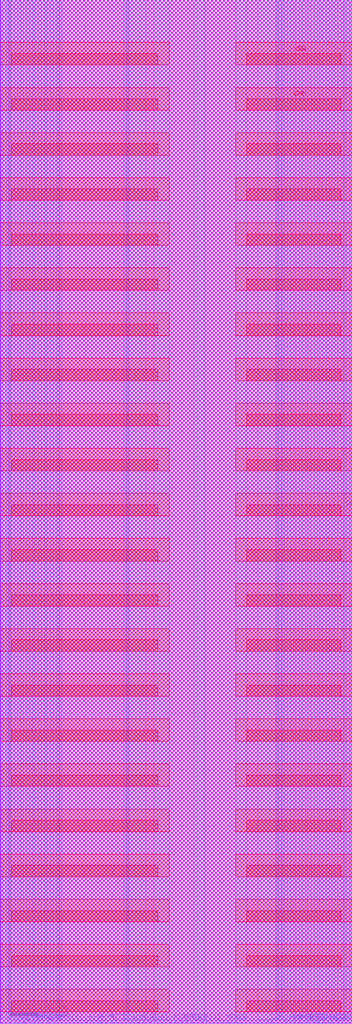
<source format=lef>
# Created by MC2 : Version 2006.09.01.d on 2024/04/08, 13:49:31

###############################################################################
#        Software       : TSMC MEMORY COMPILER 2006.09.01.d
#        Technology     : 65 nm CMOS LOGIC Low Power LowK Cu 1P9M 1.2
#                         Mix-vt logic, High-vt SRAM
#        Memory Type    : TSMC 65nm low power SP SRAM Without Redundancy
#        Library Name   : ts1n65lpa1024x4m4
#        Library Version: 140a
#        Generated Time : 2024/04/08, 13:49:29
###############################################################################
#
#STATEMENT OF USE
#
#This information contains confidential and proprietary information of TSMC.
#No part of this information may be reproduced, transmitted, transcribed,
#stored in a retrieval system, or translated into any human or computer
#language, in any form or by any means, electronic, mechanical, magnetic,
#optical, chemical, manual, or otherwise, without the prior written permission
#of TSMC. This information was prepared for informational purpose and is for
#use by TSMC's customers only. TSMC reserves the right to make changes in the
#information at any time and without notice.
#
###############################################################################
 
MACRO TS1N65LPA1024X4M4
	CLASS BLOCK ;
	FOREIGN TS1N65LPA1024X4M4 0.0 0.0 ;
	ORIGIN 0.0 0.0 ;
	SIZE 62.445 BY 181.555 ;
	SYMMETRY X Y R90 ;

	PIN A[0]
		DIRECTION INPUT ;
		USE SIGNAL ;
		PORT
			LAYER M2 ;
			RECT 33.395 0.000 33.915 0.520 ;
			LAYER M3 ;
			RECT 33.395 0.000 33.915 0.520 ;
			LAYER M1 ;
			RECT 33.395 0.000 33.915 0.520 ;
		END
	END A[0]

	PIN A[1]
		DIRECTION INPUT ;
		USE SIGNAL ;
		PORT
			LAYER M2 ;
			RECT 35.995 0.000 36.515 0.520 ;
			LAYER M3 ;
			RECT 35.995 0.000 36.515 0.520 ;
			LAYER M1 ;
			RECT 35.995 0.000 36.515 0.520 ;
		END
	END A[1]

	PIN A[2]
		DIRECTION INPUT ;
		USE SIGNAL ;
		PORT
			LAYER M3 ;
			RECT 32.310 0.000 32.830 0.520 ;
			LAYER M1 ;
			RECT 32.310 0.000 32.830 0.520 ;
			LAYER M2 ;
			RECT 32.310 0.000 32.830 0.520 ;
		END
	END A[2]

	PIN A[3]
		DIRECTION INPUT ;
		USE SIGNAL ;
		PORT
			LAYER M1 ;
			RECT 30.430 0.000 30.950 0.520 ;
			LAYER M2 ;
			RECT 30.430 0.000 30.950 0.520 ;
			LAYER M3 ;
			RECT 30.430 0.000 30.950 0.520 ;
		END
	END A[3]

	PIN A[4]
		DIRECTION INPUT ;
		USE SIGNAL ;
		PORT
			LAYER M3 ;
			RECT 26.670 0.000 27.190 0.520 ;
			LAYER M1 ;
			RECT 26.670 0.000 27.190 0.520 ;
			LAYER M2 ;
			RECT 26.670 0.000 27.190 0.520 ;
		END
	END A[4]

	PIN A[5]
		DIRECTION INPUT ;
		USE SIGNAL ;
		PORT
			LAYER M2 ;
			RECT 24.790 0.000 25.310 0.520 ;
			LAYER M1 ;
			RECT 24.790 0.000 25.310 0.520 ;
			LAYER M3 ;
			RECT 24.790 0.000 25.310 0.520 ;
		END
	END A[5]

	PIN A[6]
		DIRECTION INPUT ;
		USE SIGNAL ;
		PORT
			LAYER M1 ;
			RECT 22.910 0.000 23.430 0.520 ;
			LAYER M2 ;
			RECT 22.910 0.000 23.430 0.520 ;
			LAYER M3 ;
			RECT 22.910 0.000 23.430 0.520 ;
		END
	END A[6]

	PIN A[7]
		DIRECTION INPUT ;
		USE SIGNAL ;
		PORT
			LAYER M1 ;
			RECT 19.150 0.000 19.670 0.520 ;
			LAYER M3 ;
			RECT 19.150 0.000 19.670 0.520 ;
			LAYER M2 ;
			RECT 19.150 0.000 19.670 0.520 ;
		END
	END A[7]

	PIN A[8]
		DIRECTION INPUT ;
		USE SIGNAL ;
		PORT
			LAYER M2 ;
			RECT 17.270 0.000 17.790 0.520 ;
			LAYER M1 ;
			RECT 17.270 0.000 17.790 0.520 ;
			LAYER M3 ;
			RECT 17.270 0.000 17.790 0.520 ;
		END
	END A[8]

	PIN A[9]
		DIRECTION INPUT ;
		USE SIGNAL ;
		PORT
			LAYER M1 ;
			RECT 15.390 0.000 15.910 0.520 ;
			LAYER M2 ;
			RECT 15.390 0.000 15.910 0.520 ;
			LAYER M3 ;
			RECT 15.390 0.000 15.910 0.520 ;
		END
	END A[9]

	PIN BWEB[0]
		DIRECTION INPUT ;
		USE SIGNAL ;
		PORT
			LAYER M2 ;
			RECT 5.250 0.000 5.770 0.520 ;
			LAYER M1 ;
			RECT 5.250 0.000 5.770 0.520 ;
			LAYER M3 ;
			RECT 5.250 0.000 5.770 0.520 ;
		END
	END BWEB[0]

	PIN BWEB[1]
		DIRECTION INPUT ;
		USE SIGNAL ;
		PORT
			LAYER M1 ;
			RECT 9.450 0.000 9.970 0.520 ;
			LAYER M3 ;
			RECT 9.450 0.000 9.970 0.520 ;
			LAYER M2 ;
			RECT 9.450 0.000 9.970 0.520 ;
		END
	END BWEB[1]

	PIN BWEB[2]
		DIRECTION INPUT ;
		USE SIGNAL ;
		PORT
			LAYER M2 ;
			RECT 52.475 0.000 52.995 0.520 ;
			LAYER M1 ;
			RECT 52.475 0.000 52.995 0.520 ;
			LAYER M3 ;
			RECT 52.475 0.000 52.995 0.520 ;
		END
	END BWEB[2]

	PIN BWEB[3]
		DIRECTION INPUT ;
		USE SIGNAL ;
		PORT
			LAYER M2 ;
			RECT 56.675 0.000 57.195 0.520 ;
			LAYER M1 ;
			RECT 56.675 0.000 57.195 0.520 ;
			LAYER M3 ;
			RECT 56.675 0.000 57.195 0.520 ;
		END
	END BWEB[3]

	PIN CEB
		DIRECTION INPUT ;
		USE SIGNAL ;
		PORT
			LAYER M1 ;
			RECT 41.240 0.000 41.760 0.520 ;
			LAYER M3 ;
			RECT 41.240 0.000 41.760 0.520 ;
			LAYER M2 ;
			RECT 41.240 0.000 41.760 0.520 ;
		END
	END CEB

	PIN CLK
		DIRECTION INPUT ;
		USE SIGNAL ;
		PORT
			LAYER M2 ;
			RECT 47.670 0.000 48.190 0.520 ;
			LAYER M3 ;
			RECT 47.670 0.000 48.190 0.520 ;
			LAYER M1 ;
			RECT 47.670 0.000 48.190 0.520 ;
		END
	END CLK

	PIN D[0]
		DIRECTION INPUT ;
		USE SIGNAL ;
		PORT
			LAYER M1 ;
			RECT 1.970 0.000 2.490 0.520 ;
			LAYER M2 ;
			RECT 1.970 0.000 2.490 0.520 ;
			LAYER M3 ;
			RECT 1.970 0.000 2.490 0.520 ;
		END
	END D[0]

	PIN D[1]
		DIRECTION INPUT ;
		USE SIGNAL ;
		PORT
			LAYER M3 ;
			RECT 6.170 0.000 6.690 0.520 ;
			LAYER M2 ;
			RECT 6.170 0.000 6.690 0.520 ;
			LAYER M1 ;
			RECT 6.170 0.000 6.690 0.520 ;
		END
	END D[1]

	PIN D[2]
		DIRECTION INPUT ;
		USE SIGNAL ;
		PORT
			LAYER M3 ;
			RECT 55.755 0.000 56.275 0.520 ;
			LAYER M1 ;
			RECT 55.755 0.000 56.275 0.520 ;
			LAYER M2 ;
			RECT 55.755 0.000 56.275 0.520 ;
		END
	END D[2]

	PIN D[3]
		DIRECTION INPUT ;
		USE SIGNAL ;
		PORT
			LAYER M1 ;
			RECT 59.955 0.000 60.475 0.520 ;
			LAYER M2 ;
			RECT 59.955 0.000 60.475 0.520 ;
			LAYER M3 ;
			RECT 59.955 0.000 60.475 0.520 ;
		END
	END D[3]

	PIN Q[0]
		DIRECTION OUTPUT ;
		USE SIGNAL ;
		PORT
			LAYER M2 ;
			RECT 3.610 0.000 4.130 0.520 ;
			LAYER M3 ;
			RECT 3.610 0.000 4.130 0.520 ;
			LAYER M1 ;
			RECT 3.610 0.000 4.130 0.520 ;
		END
	END Q[0]

	PIN Q[1]
		DIRECTION OUTPUT ;
		USE SIGNAL ;
		PORT
			LAYER M2 ;
			RECT 7.810 0.000 8.330 0.520 ;
			LAYER M1 ;
			RECT 7.810 0.000 8.330 0.520 ;
			LAYER M3 ;
			RECT 7.810 0.000 8.330 0.520 ;
		END
	END Q[1]

	PIN Q[2]
		DIRECTION OUTPUT ;
		USE SIGNAL ;
		PORT
			LAYER M1 ;
			RECT 54.115 0.000 54.635 0.520 ;
			LAYER M2 ;
			RECT 54.115 0.000 54.635 0.520 ;
			LAYER M3 ;
			RECT 54.115 0.000 54.635 0.520 ;
		END
	END Q[2]

	PIN Q[3]
		DIRECTION OUTPUT ;
		USE SIGNAL ;
		PORT
			LAYER M1 ;
			RECT 58.315 0.000 58.835 0.520 ;
			LAYER M2 ;
			RECT 58.315 0.000 58.835 0.520 ;
			LAYER M3 ;
			RECT 58.315 0.000 58.835 0.520 ;
		END
	END Q[3]

	PIN TSEL[0]
		DIRECTION INPUT ;
		USE SIGNAL ;
		PORT
			LAYER M1 ;
			RECT 51.445 0.000 51.965 0.520 ;
			LAYER M3 ;
			RECT 51.445 0.000 51.965 0.520 ;
			LAYER M2 ;
			RECT 51.445 0.000 51.965 0.520 ;
		END
	END TSEL[0]

	PIN TSEL[1]
		DIRECTION INPUT ;
		USE SIGNAL ;
		PORT
			LAYER M2 ;
			RECT 50.725 0.000 51.245 0.520 ;
			LAYER M3 ;
			RECT 50.725 0.000 51.245 0.520 ;
			LAYER M1 ;
			RECT 50.725 0.000 51.245 0.520 ;
		END
	END TSEL[1]

	PIN WEB
		DIRECTION INPUT ;
		USE SIGNAL ;
		PORT
			LAYER M2 ;
			RECT 39.775 0.000 40.295 0.520 ;
			LAYER M1 ;
			RECT 39.775 0.000 40.295 0.520 ;
			LAYER M3 ;
			RECT 39.775 0.000 40.295 0.520 ;
		END
	END WEB
	PIN VDD
		DIRECTION INOUT ;
		USE POWER ;
		PORT
			LAYER M5 ;
			RECT 0.000 10.000 29.970 14.000 ;
			LAYER M5 ;
			RECT 41.750 10.000 62.445 14.000 ;
			LAYER M5 ;
			RECT 0.000 26.000 29.970 30.000 ;
			LAYER M5 ;
			RECT 41.750 26.000 62.445 30.000 ;
			LAYER M5 ;
			RECT 0.000 42.000 29.970 46.000 ;
			LAYER M5 ;
			RECT 41.750 42.000 62.445 46.000 ;
			LAYER M5 ;
			RECT 0.000 58.000 29.970 62.000 ;
			LAYER M5 ;
			RECT 41.750 58.000 62.445 62.000 ;
			LAYER M5 ;
			RECT 0.000 74.000 29.970 78.000 ;
			LAYER M5 ;
			RECT 41.750 74.000 62.445 78.000 ;
			LAYER M5 ;
			RECT 0.000 90.000 29.970 94.000 ;
			LAYER M5 ;
			RECT 41.750 90.000 62.445 94.000 ;
			LAYER M5 ;
			RECT 0.000 106.000 29.970 110.000 ;
			LAYER M5 ;
			RECT 41.750 106.000 62.445 110.000 ;
			LAYER M5 ;
			RECT 0.000 122.000 29.970 126.000 ;
			LAYER M5 ;
			RECT 41.750 122.000 62.445 126.000 ;
			LAYER M5 ;
			RECT 0.000 138.000 29.970 142.000 ;
			LAYER M5 ;
			RECT 41.750 138.000 62.445 142.000 ;
			LAYER M5 ;
			RECT 0.000 154.000 29.970 158.000 ;
			LAYER M5 ;
			RECT 41.750 154.000 62.445 158.000 ;
			LAYER M5 ;
			RECT 0.000 170.000 29.970 174.000 ;
			LAYER M5 ;
			RECT 41.750 170.000 62.445 174.000 ;
		LAYER M4 ;
		RECT 0.140 0.730 0.470 181.555 ;
		LAYER M4 ;
		RECT 1.580 0.730 1.960 181.555 ;
		LAYER M4 ;
		RECT 3.680 0.730 4.060 181.555 ;
		LAYER M4 ;
		RECT 5.780 0.730 6.160 181.555 ;
		LAYER M4 ;
		RECT 7.880 0.730 8.260 181.555 ;
		LAYER M4 ;
		RECT 9.980 0.730 10.360 181.555 ;
		LAYER M4 ;
		RECT 22.810 0.730 25.810 181.555 ;
		LAYER M4 ;
		RECT 34.310 0.730 36.310 181.555 ;
		LAYER M4 ;
		RECT 41.750 0.730 43.750 181.555 ;
		LAYER M4 ;
		RECT 49.985 0.730 50.365 181.555 ;
		LAYER M4 ;
		RECT 52.085 0.730 52.465 181.555 ;
		LAYER M4 ;
		RECT 54.185 0.730 54.565 181.555 ;
		LAYER M4 ;
		RECT 56.285 0.730 56.665 181.555 ;
		LAYER M4 ;
		RECT 58.385 0.730 58.765 181.555 ;
		LAYER M4 ;
		RECT 60.485 0.730 60.865 181.555 ;
		LAYER M4 ;
		RECT 61.975 0.730 62.305 181.555 ;
		END
	END VDD

	PIN GND
		DIRECTION INOUT ;
		USE GROUND ;
		PORT
			LAYER M5 ;
			RECT 0.000 2.000 29.970 6.000 ;
			LAYER M5 ;
			RECT 41.750 2.000 62.445 6.000 ;
			LAYER M5 ;
			RECT 0.000 18.000 29.970 22.000 ;
			LAYER M5 ;
			RECT 41.750 18.000 62.445 22.000 ;
			LAYER M5 ;
			RECT 0.000 34.000 29.970 38.000 ;
			LAYER M5 ;
			RECT 41.750 34.000 62.445 38.000 ;
			LAYER M5 ;
			RECT 0.000 50.000 29.970 54.000 ;
			LAYER M5 ;
			RECT 41.750 50.000 62.445 54.000 ;
			LAYER M5 ;
			RECT 0.000 66.000 29.970 70.000 ;
			LAYER M5 ;
			RECT 41.750 66.000 62.445 70.000 ;
			LAYER M5 ;
			RECT 0.000 82.000 29.970 86.000 ;
			LAYER M5 ;
			RECT 41.750 82.000 62.445 86.000 ;
			LAYER M5 ;
			RECT 0.000 98.000 29.970 102.000 ;
			LAYER M5 ;
			RECT 41.750 98.000 62.445 102.000 ;
			LAYER M5 ;
			RECT 0.000 114.000 29.970 118.000 ;
			LAYER M5 ;
			RECT 41.750 114.000 62.445 118.000 ;
			LAYER M5 ;
			RECT 0.000 130.000 29.970 134.000 ;
			LAYER M5 ;
			RECT 41.750 130.000 62.445 134.000 ;
			LAYER M5 ;
			RECT 0.000 146.000 29.970 150.000 ;
			LAYER M5 ;
			RECT 41.750 146.000 62.445 150.000 ;
			LAYER M5 ;
			RECT 0.000 162.000 29.970 166.000 ;
			LAYER M5 ;
			RECT 41.750 162.000 62.445 166.000 ;
		LAYER M4 ;
		RECT 1.035 0.730 1.415 181.555 ;
		LAYER M4 ;
		RECT 2.530 0.730 3.110 181.555 ;
		LAYER M4 ;
		RECT 4.630 0.730 5.210 181.555 ;
		LAYER M4 ;
		RECT 6.730 0.730 7.310 181.555 ;
		LAYER M4 ;
		RECT 8.830 0.730 9.410 181.555 ;
		LAYER M4 ;
		RECT 10.525 0.730 10.905 181.555 ;
		LAYER M4 ;
		RECT 21.910 0.730 22.310 181.555 ;
		LAYER M4 ;
		RECT 27.270 0.730 29.970 181.555 ;
		LAYER M4 ;
		RECT 45.675 0.730 48.875 181.555 ;
		LAYER M4 ;
		RECT 49.440 0.730 49.820 181.555 ;
		LAYER M4 ;
		RECT 50.935 0.730 51.515 181.555 ;
		LAYER M4 ;
		RECT 53.035 0.730 53.615 181.555 ;
		LAYER M4 ;
		RECT 55.135 0.730 55.715 181.555 ;
		LAYER M4 ;
		RECT 57.235 0.730 57.815 181.555 ;
		LAYER M4 ;
		RECT 59.335 0.730 59.915 181.555 ;
		LAYER M4 ;
		RECT 61.030 0.730 61.410 181.555 ;
		END
	END GND

	OBS
		# Pmesh blockages
		LAYER M5 ;
		RECT 2.000 10.000 27.970 12.000 ;
		LAYER M5 ;
		RECT 43.750 10.000 60.445 12.000 ;
		LAYER M5 ;
		RECT 2.000 26.000 27.970 28.000 ;
		LAYER M5 ;
		RECT 43.750 26.000 60.445 28.000 ;
		LAYER M5 ;
		RECT 2.000 42.000 27.970 44.000 ;
		LAYER M5 ;
		RECT 43.750 42.000 60.445 44.000 ;
		LAYER M5 ;
		RECT 2.000 58.000 27.970 60.000 ;
		LAYER M5 ;
		RECT 43.750 58.000 60.445 60.000 ;
		LAYER M5 ;
		RECT 2.000 74.000 27.970 76.000 ;
		LAYER M5 ;
		RECT 43.750 74.000 60.445 76.000 ;
		LAYER M5 ;
		RECT 2.000 90.000 27.970 92.000 ;
		LAYER M5 ;
		RECT 43.750 90.000 60.445 92.000 ;
		LAYER M5 ;
		RECT 2.000 106.000 27.970 108.000 ;
		LAYER M5 ;
		RECT 43.750 106.000 60.445 108.000 ;
		LAYER M5 ;
		RECT 2.000 122.000 27.970 124.000 ;
		LAYER M5 ;
		RECT 43.750 122.000 60.445 124.000 ;
		LAYER M5 ;
		RECT 2.000 138.000 27.970 140.000 ;
		LAYER M5 ;
		RECT 43.750 138.000 60.445 140.000 ;
		LAYER M5 ;
		RECT 2.000 154.000 27.970 156.000 ;
		LAYER M5 ;
		RECT 43.750 154.000 60.445 156.000 ;
		LAYER M5 ;
		RECT 2.000 170.000 27.970 172.000 ;
		LAYER M5 ;
		RECT 43.750 170.000 60.445 172.000 ;
		LAYER M5 ;
		RECT 2.000 2.000 27.970 4.000 ;
		LAYER M5 ;
		RECT 43.750 2.000 60.445 4.000 ;
		LAYER M5 ;
		RECT 2.000 18.000 27.970 20.000 ;
		LAYER M5 ;
		RECT 43.750 18.000 60.445 20.000 ;
		LAYER M5 ;
		RECT 2.000 34.000 27.970 36.000 ;
		LAYER M5 ;
		RECT 43.750 34.000 60.445 36.000 ;
		LAYER M5 ;
		RECT 2.000 50.000 27.970 52.000 ;
		LAYER M5 ;
		RECT 43.750 50.000 60.445 52.000 ;
		LAYER M5 ;
		RECT 2.000 66.000 27.970 68.000 ;
		LAYER M5 ;
		RECT 43.750 66.000 60.445 68.000 ;
		LAYER M5 ;
		RECT 2.000 82.000 27.970 84.000 ;
		LAYER M5 ;
		RECT 43.750 82.000 60.445 84.000 ;
		LAYER M5 ;
		RECT 2.000 98.000 27.970 100.000 ;
		LAYER M5 ;
		RECT 43.750 98.000 60.445 100.000 ;
		LAYER M5 ;
		RECT 2.000 114.000 27.970 116.000 ;
		LAYER M5 ;
		RECT 43.750 114.000 60.445 116.000 ;
		LAYER M5 ;
		RECT 2.000 130.000 27.970 132.000 ;
		LAYER M5 ;
		RECT 43.750 130.000 60.445 132.000 ;
		LAYER M5 ;
		RECT 2.000 146.000 27.970 148.000 ;
		LAYER M5 ;
		RECT 43.750 146.000 60.445 148.000 ;
		LAYER M5 ;
		RECT 2.000 162.000 27.970 164.000 ;
		LAYER M5 ;
		RECT 43.750 162.000 60.445 164.000 ;

		# Mc2Finalize block inhibit statement blockage
		# Promoted blockages
		LAYER M1 ;
		RECT 57.355 0.000 58.155 0.520 ;
		LAYER M1 ;
		RECT 56.435 0.000 56.515 0.520 ;
		LAYER M2 ;
		RECT 56.435 0.000 56.515 0.520 ;
		LAYER M3 ;
		RECT 56.435 0.000 56.515 0.520 ;
		LAYER M3 ;
		RECT 57.355 0.000 58.155 0.520 ;
		LAYER M2 ;
		RECT 57.355 0.000 58.155 0.520 ;
		LAYER M2 ;
		RECT 58.995 0.000 59.795 0.520 ;
		LAYER M1 ;
		RECT 54.795 0.000 55.595 0.520 ;
		LAYER M2 ;
		RECT 54.795 0.000 55.595 0.520 ;
		LAYER M1 ;
		RECT 58.995 0.000 59.795 0.520 ;
		LAYER M3 ;
		RECT 58.995 0.000 59.795 0.520 ;
		LAYER M3 ;
		RECT 54.795 0.000 55.595 0.520 ;
		LAYER M2 ;
		RECT 60.635 0.000 62.445 0.520 ;
		LAYER M3 ;
		RECT 60.635 0.000 62.445 0.520 ;
		LAYER M1 ;
		RECT 53.155 0.000 53.955 0.520 ;
		LAYER M1 ;
		RECT 60.635 0.000 62.445 0.520 ;
		LAYER M2 ;
		RECT 53.155 0.000 53.955 0.520 ;
		LAYER M3 ;
		RECT 53.155 0.000 53.955 0.520 ;
		LAYER M3 ;
		RECT 41.920 0.000 47.510 0.520 ;
		LAYER M1 ;
		RECT 48.350 0.000 50.565 0.520 ;
		LAYER M3 ;
		RECT 48.350 0.000 50.565 0.520 ;
		LAYER M2 ;
		RECT 48.350 0.000 50.565 0.520 ;
		LAYER M1 ;
		RECT 52.125 0.000 52.315 0.520 ;
		LAYER M3 ;
		RECT 52.125 0.000 52.315 0.520 ;
		LAYER M2 ;
		RECT 52.125 0.000 52.315 0.520 ;
		LAYER M1 ;
		RECT 6.850 0.000 7.650 0.520 ;
		LAYER M2 ;
		RECT 6.850 0.000 7.650 0.520 ;
		LAYER M1 ;
		RECT 16.070 0.000 17.110 0.520 ;
		LAYER M2 ;
		RECT 16.070 0.000 17.110 0.520 ;
		LAYER M3 ;
		RECT 16.070 0.000 17.110 0.520 ;
		LAYER M3 ;
		RECT 6.850 0.000 7.650 0.520 ;
		LAYER M1 ;
		RECT 8.490 0.000 9.290 0.520 ;
		LAYER M2 ;
		RECT 8.490 0.000 9.290 0.520 ;
		LAYER M1 ;
		RECT 10.130 0.000 15.230 0.520 ;
		LAYER M2 ;
		RECT 10.130 0.000 15.230 0.520 ;
		LAYER M3 ;
		RECT 10.130 0.000 15.230 0.520 ;
		LAYER M3 ;
		RECT 8.490 0.000 9.290 0.520 ;
		LAYER M1 ;
		RECT 41.920 0.000 47.510 0.520 ;
		LAYER M2 ;
		RECT 41.920 0.000 47.510 0.520 ;
		LAYER M2 ;
		RECT 36.675 0.000 39.615 0.520 ;
		LAYER M2 ;
		RECT 34.075 0.000 35.835 0.520 ;
		LAYER M2 ;
		RECT 40.455 0.000 41.080 0.520 ;
		LAYER M3 ;
		RECT 36.675 0.000 39.615 0.520 ;
		LAYER M1 ;
		RECT 36.675 0.000 39.615 0.520 ;
		LAYER M1 ;
		RECT 40.455 0.000 41.080 0.520 ;
		LAYER M3 ;
		RECT 40.455 0.000 41.080 0.520 ;
		LAYER M3 ;
		RECT 34.075 0.000 35.835 0.520 ;
		LAYER M1 ;
		RECT 5.930 0.000 6.010 0.520 ;
		LAYER M2 ;
		RECT 5.930 0.000 6.010 0.520 ;
		LAYER M3 ;
		RECT 5.930 0.000 6.010 0.520 ;
		LAYER M4 ;
		RECT 1.415 0.730 1.580 181.555 ;
		LAYER VIA1 ;
		RECT 0.000 0.000 62.445 181.555 ;
		LAYER VIA3 ;
		RECT 0.000 0.000 62.445 181.555 ;
		LAYER M1 ;
		RECT 0.000 0.000 1.810 181.555 ;
		LAYER M2 ;
		RECT 0.000 0.000 1.810 181.555 ;
		LAYER M3 ;
		RECT 0.000 0.000 1.810 181.555 ;
		LAYER VIA2 ;
		RECT 0.000 0.000 62.445 181.555 ;
		LAYER M1 ;
		RECT 17.950 0.000 18.990 0.520 ;
		LAYER M1 ;
		RECT 19.830 0.000 22.750 0.520 ;
		LAYER M2 ;
		RECT 31.110 0.000 32.150 0.520 ;
		LAYER M2 ;
		RECT 19.830 0.000 22.750 0.520 ;
		LAYER M3 ;
		RECT 19.830 0.000 22.750 0.520 ;
		LAYER M3 ;
		RECT 17.950 0.000 18.990 0.520 ;
		LAYER M1 ;
		RECT 23.590 0.000 24.630 0.520 ;
		LAYER M3 ;
		RECT 23.590 0.000 24.630 0.520 ;
		LAYER M3 ;
		RECT 27.350 0.000 30.270 0.520 ;
		LAYER M2 ;
		RECT 23.590 0.000 24.630 0.520 ;
		LAYER M1 ;
		RECT 31.110 0.000 32.150 0.520 ;
		LAYER M2 ;
		RECT 27.350 0.000 30.270 0.520 ;
		LAYER M3 ;
		RECT 31.110 0.000 32.150 0.520 ;
		LAYER M2 ;
		RECT 17.950 0.000 18.990 0.520 ;
		LAYER M1 ;
		RECT 32.990 0.000 33.235 0.520 ;
		LAYER M3 ;
		RECT 32.990 0.000 33.235 0.520 ;
		LAYER M1 ;
		RECT 25.470 0.000 26.510 0.520 ;
		LAYER M2 ;
		RECT 25.470 0.000 26.510 0.520 ;
		LAYER M3 ;
		RECT 25.470 0.000 26.510 0.520 ;
		LAYER M1 ;
		RECT 27.350 0.000 30.270 0.520 ;
		LAYER M3 ;
		RECT 2.650 0.000 3.450 0.520 ;
		LAYER M1 ;
		RECT 2.650 0.000 3.450 0.520 ;
		LAYER M2 ;
		RECT 2.650 0.000 3.450 0.520 ;
		LAYER M4 ;
		RECT 22.310 0.730 22.810 181.555 ;
		LAYER M2 ;
		RECT 32.990 0.000 33.235 0.520 ;
		LAYER M1 ;
		RECT 34.075 0.000 35.835 0.520 ;
		LAYER M4 ;
		RECT 60.865 0.730 61.030 181.555 ;
		LAYER M4 ;
		RECT 49.820 0.730 49.985 181.555 ;
		LAYER M4 ;
		RECT 48.875 0.730 49.440 181.555 ;
		LAYER M1 ;
		RECT 1.810 0.520 62.445 181.555 ;
		LAYER M4 ;
		RECT 10.360 0.730 10.525 181.555 ;
		LAYER M3 ;
		RECT 1.810 0.520 62.445 181.555 ;
		LAYER M2 ;
		RECT 4.290 0.000 5.090 0.520 ;
		LAYER M3 ;
		RECT 4.290 0.000 5.090 0.520 ;
		LAYER M1 ;
		RECT 4.290 0.000 5.090 0.520 ;
		LAYER M2 ;
		RECT 1.810 0.520 62.445 181.555 ;
	END
	# End of OBS

END TS1N65LPA1024X4M4

END LIBRARY

</source>
